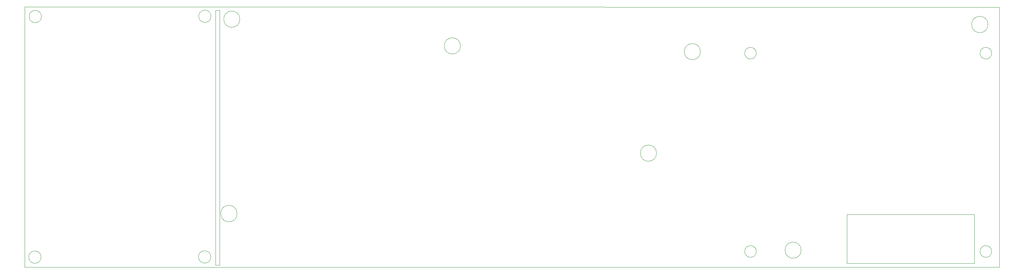
<source format=gm1>
G04 #@! TF.GenerationSoftware,KiCad,Pcbnew,(6.0.6)*
G04 #@! TF.CreationDate,2023-06-19T03:07:34+09:30*
G04 #@! TF.ProjectId,RPi Arcade Hat V0-3,52506920-4172-4636-9164-652048617420,rev?*
G04 #@! TF.SameCoordinates,Original*
G04 #@! TF.FileFunction,Profile,NP*
%FSLAX46Y46*%
G04 Gerber Fmt 4.6, Leading zero omitted, Abs format (unit mm)*
G04 Created by KiCad (PCBNEW (6.0.6)) date 2023-06-19 03:07:34*
%MOMM*%
%LPD*%
G01*
G04 APERTURE LIST*
G04 #@! TA.AperFunction,Profile*
%ADD10C,0.100000*%
G04 #@! TD*
G04 APERTURE END LIST*
D10*
X205181201Y-78790800D02*
G75*
G03*
X205181201Y-78790800I-2001933J0D01*
G01*
X145867533Y-77368400D02*
G75*
G03*
X145867533Y-77368400I-2001933J0D01*
G01*
X230073201Y-127863600D02*
G75*
G03*
X230073201Y-127863600I-1997416J0D01*
G01*
X84226400Y-70053200D02*
G75*
G03*
X84226400Y-70053200I-1524000J0D01*
G01*
X42316400Y-70104000D02*
G75*
G03*
X42316400Y-70104000I-1524000J0D01*
G01*
X42214800Y-129590800D02*
G75*
G03*
X42214800Y-129590800I-1524000J0D01*
G01*
X84175600Y-129540000D02*
G75*
G03*
X84175600Y-129540000I-1524000J0D01*
G01*
X86360000Y-68580000D02*
X85344000Y-68580000D01*
X85344000Y-68580000D02*
X85344000Y-131572000D01*
X85344000Y-131572000D02*
X86360000Y-131572000D01*
X86360000Y-131572000D02*
X86360000Y-68580000D01*
X85547200Y-67691000D02*
X38150800Y-67716400D01*
X38201600Y-132080000D02*
X85648800Y-132029200D01*
X38150800Y-67716400D02*
X38201600Y-132080000D01*
X194326216Y-103886000D02*
G75*
G03*
X194326216Y-103886000I-1997416J0D01*
G01*
X90678000Y-118821200D02*
G75*
G03*
X90678000Y-118821200I-2032000J0D01*
G01*
X91359133Y-70764400D02*
G75*
G03*
X91359133Y-70764400I-2001933J0D01*
G01*
X276235102Y-72085200D02*
G75*
G03*
X276235102Y-72085200I-2016702J0D01*
G01*
X279044400Y-67767200D02*
X85547200Y-67691000D01*
X279066500Y-132098300D02*
X85648800Y-132029200D01*
X241401600Y-119024400D02*
X272897600Y-119024400D01*
X272897600Y-119024400D02*
X272897600Y-131114800D01*
X272897600Y-131114800D02*
X241401600Y-131114800D01*
X241401600Y-131114800D02*
X241401600Y-119024400D01*
X218987841Y-79171800D02*
G75*
G03*
X218987841Y-79171800I-1436841J0D01*
G01*
X279066500Y-132098300D02*
X279044400Y-67767200D01*
X218987841Y-128193800D02*
G75*
G03*
X218987841Y-128193800I-1436841J0D01*
G01*
X277153841Y-128193800D02*
G75*
G03*
X277153841Y-128193800I-1436841J0D01*
G01*
X277153841Y-79171800D02*
G75*
G03*
X277153841Y-79171800I-1436841J0D01*
G01*
M02*

</source>
